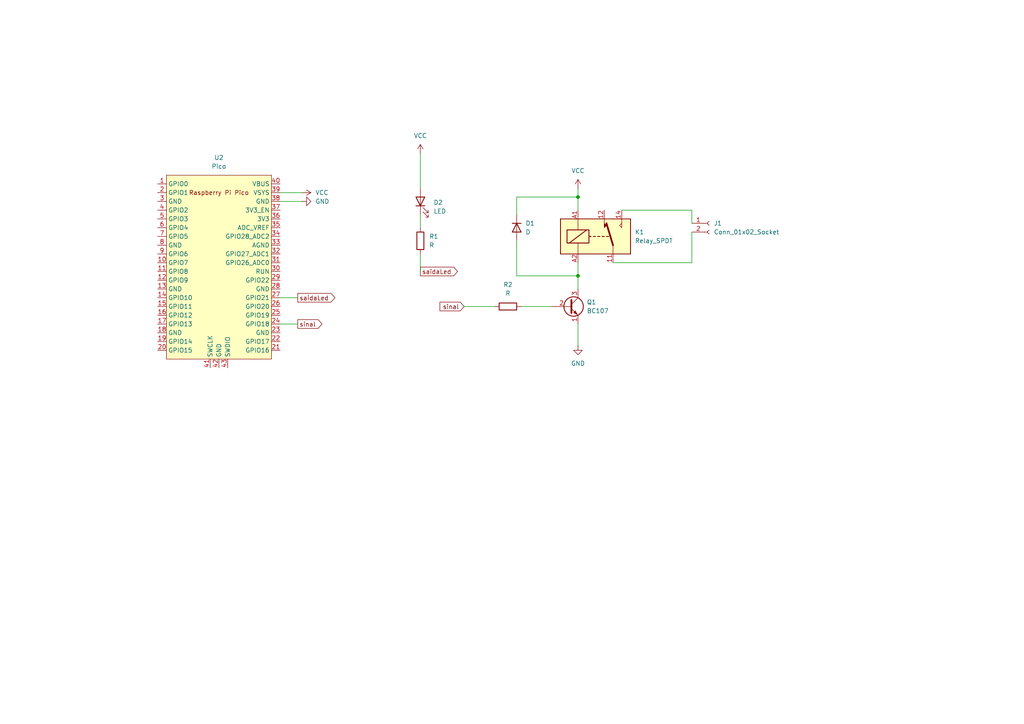
<source format=kicad_sch>
(kicad_sch (version 20231120) (generator "eeschema") (generator_version "8.0")
  (paper "A4")
  (lib_symbols
    (symbol "Connector:Conn_01x02_Socket" (pin_names (offset 1.016) hide)
      (property "Reference" "J" (at 0 2.54 0))
      (property "Value" "Conn_01x02_Socket" (at 0 -5.08 0))
      (symbol "Conn_01x02_Socket_1_1"
        (arc (start 0 -2.032) (mid -0.5058 -2.54) (end 0 -3.048) (stroke (width 0.1524)))
        (polyline (pts (xy -1.27 -2.54) (xy -0.508 -2.54)) (stroke (width 0.1524)))
        (polyline (pts (xy -1.27 0) (xy -0.508 0)) (stroke (width 0.1524)))
        (arc (start 0 0.508) (mid -0.5058 0) (end 0 -0.508) (stroke (width 0.1524)))
        (pin passive line (at -5.08 0 0) (length 3.81) (name "Pin_1") (number "1"))
        (pin passive line (at -5.08 -2.54 0) (length 3.81) (name "Pin_2") (number "2"))
      )
    )
    (symbol "Device:D" (pin_numbers hide) (pin_names (offset 1.016) hide)
      (property "Reference" "D" (at 0 2.54 0))
      (property "Value" "D" (at 0 -2.54 0))
      (symbol "D_0_1"
        (polyline (pts (xy -1.27 1.27) (xy -1.27 -1.27)) (stroke (width 0.254)))
        (polyline (pts (xy 1.27 0) (xy -1.27 0)))
        (polyline (pts (xy 1.27 1.27) (xy 1.27 -1.27) (xy -1.27 0) (xy 1.27 1.27)) (stroke (width 0.254)))
      )
      (symbol "D_1_1"
        (pin passive line (at -3.81 0 0) (length 2.54) (name "K") (number "1"))
        (pin passive line (at 3.81 0 180) (length 2.54) (name "A") (number "2"))
      )
    )
    (symbol "Device:LED" (pin_numbers hide) (pin_names (offset 1.016) hide)
      (property "Reference" "D" (at 0 2.54 0))
      (property "Value" "LED" (at 0 -2.54 0))
      (symbol "LED_0_1"
        (polyline (pts (xy -1.27 -1.27) (xy -1.27 1.27)) (stroke (width 0.254)))
        (polyline (pts (xy -1.27 0) (xy 1.27 0)))
        (polyline (pts (xy 1.27 -1.27) (xy 1.27 1.27) (xy -1.27 0) (xy 1.27 -1.27)) (stroke (width 0.254)))
        (polyline (pts (xy -3.048 -0.762) (xy -4.572 -2.286) (xy -3.81 -2.286) (xy -4.572 -2.286) (xy -4.572 -1.524)))
        (polyline (pts (xy -1.778 -0.762) (xy -3.302 -2.286) (xy -2.54 -2.286) (xy -3.302 -2.286) (xy -3.302 -1.524)))
      )
      (symbol "LED_1_1"
        (pin passive line (at -3.81 0 0) (length 2.54) (name "K") (number "1"))
        (pin passive line (at 3.81 0 180) (length 2.54) (name "A") (number "2"))
      )
    )
    (symbol "Device:R" (pin_numbers hide) (pin_names (offset 0))
      (property "Reference" "R" (at 2.032 0 90))
      (property "Value" "R" (at 0 0 90))
      (symbol "R_0_1"
        (rectangle (start -1.016 -2.54) (end 1.016 2.54) (stroke (width 0.254)))
      )
      (symbol "R_1_1"
        (pin passive line (at 0 3.81 270) (length 1.27) (name "~") (number "1"))
        (pin passive line (at 0 -3.81 90) (length 1.27) (name "~") (number "2"))
      )
    )
    (symbol "MCU_RaspberryPi_and_Boards:Pico"
      (property "Reference" "U" (at -13.97 27.94 0))
      (property "Value" "Pico" (at 0 19.05 0))
      (symbol "Pico_0_0"
        (text "Raspberry Pi Pico" (at 0 21.59 0) (effects (font (size 1.27 1.27))))
      )
      (symbol "Pico_0_1"
        (rectangle (start -15.24 26.67) (end 15.24 -26.67) (fill (type background)))
      )
      (symbol "Pico_1_1"
        (pin bidirectional line (at -17.78 24.13 0) (length 2.54) (name "GPIO0") (number "1"))
        (pin bidirectional line (at -17.78 1.27 0) (length 2.54) (name "GPIO7") (number "10"))
        (pin bidirectional line (at -17.78 -1.27 0) (length 2.54) (name "GPIO8") (number "11"))
        (pin bidirectional line (at -17.78 -3.81 0) (length 2.54) (name "GPIO9") (number "12"))
        (pin power_in line (at -17.78 -6.35 0) (length 2.54) (name "GND") (number "13"))
        (pin bidirectional line (at -17.78 -8.89 0) (length 2.54) (name "GPIO10") (number "14"))
        (pin bidirectional line (at -17.78 -11.43 0) (length 2.54) (name "GPIO11") (number "15"))
        (pin bidirectional line (at -17.78 -13.97 0) (length 2.54) (name "GPIO12") (number "16"))
        (pin bidirectional line (at -17.78 -16.51 0) (length 2.54) (name "GPIO13") (number "17"))
        (pin power_in line (at -17.78 -19.05 0) (length 2.54) (name "GND") (number "18"))
        (pin bidirectional line (at -17.78 -21.59 0) (length 2.54) (name "GPIO14") (number "19"))
        (pin bidirectional line (at -17.78 21.59 0) (length 2.54) (name "GPIO1") (number "2"))
        (pin bidirectional line (at -17.78 -24.13 0) (length 2.54) (name "GPIO15") (number "20"))
        (pin bidirectional line (at 17.78 -24.13 180) (length 2.54) (name "GPIO16") (number "21"))
        (pin bidirectional line (at 17.78 -21.59 180) (length 2.54) (name "GPIO17") (number "22"))
        (pin power_in line (at 17.78 -19.05 180) (length 2.54) (name "GND") (number "23"))
        (pin bidirectional line (at 17.78 -16.51 180) (length 2.54) (name "GPIO18") (number "24"))
        (pin bidirectional line (at 17.78 -13.97 180) (length 2.54) (name "GPIO19") (number "25"))
        (pin bidirectional line (at 17.78 -11.43 180) (length 2.54) (name "GPIO20") (number "26"))
        (pin bidirectional line (at 17.78 -8.89 180) (length 2.54) (name "GPIO21") (number "27"))
        (pin power_in line (at 17.78 -6.35 180) (length 2.54) (name "GND") (number "28"))
        (pin bidirectional line (at 17.78 -3.81 180) (length 2.54) (name "GPIO22") (number "29"))
        (pin power_in line (at -17.78 19.05 0) (length 2.54) (name "GND") (number "3"))
        (pin input line (at 17.78 -1.27 180) (length 2.54) (name "RUN") (number "30"))
        (pin bidirectional line (at 17.78 1.27 180) (length 2.54) (name "GPIO26_ADC0") (number "31"))
        (pin bidirectional line (at 17.78 3.81 180) (length 2.54) (name "GPIO27_ADC1") (number "32"))
        (pin power_in line (at 17.78 6.35 180) (length 2.54) (name "AGND") (number "33"))
        (pin bidirectional line (at 17.78 8.89 180) (length 2.54) (name "GPIO28_ADC2") (number "34"))
        (pin power_in line (at 17.78 11.43 180) (length 2.54) (name "ADC_VREF") (number "35"))
        (pin power_in line (at 17.78 13.97 180) (length 2.54) (name "3V3") (number "36"))
        (pin input line (at 17.78 16.51 180) (length 2.54) (name "3V3_EN") (number "37"))
        (pin bidirectional line (at 17.78 19.05 180) (length 2.54) (name "GND") (number "38"))
        (pin power_in line (at 17.78 21.59 180) (length 2.54) (name "VSYS") (number "39"))
        (pin bidirectional line (at -17.78 16.51 0) (length 2.54) (name "GPIO2") (number "4"))
        (pin power_in line (at 17.78 24.13 180) (length 2.54) (name "VBUS") (number "40"))
        (pin input line (at -2.54 -29.21 90) (length 2.54) (name "SWCLK") (number "41"))
        (pin power_in line (at 0 -29.21 90) (length 2.54) (name "GND") (number "42"))
        (pin bidirectional line (at 2.54 -29.21 90) (length 2.54) (name "SWDIO") (number "43"))
        (pin bidirectional line (at -17.78 13.97 0) (length 2.54) (name "GPIO3") (number "5"))
        (pin bidirectional line (at -17.78 11.43 0) (length 2.54) (name "GPIO4") (number "6"))
        (pin bidirectional line (at -17.78 8.89 0) (length 2.54) (name "GPIO5") (number "7"))
        (pin power_in line (at -17.78 6.35 0) (length 2.54) (name "GND") (number "8"))
        (pin bidirectional line (at -17.78 3.81 0) (length 2.54) (name "GPIO6") (number "9"))
      )
    )
    (symbol "Relay:Relay_SPDT"
      (property "Reference" "K" (at 11.43 3.81 0))
      (property "Value" "Relay_SPDT" (at 11.43 1.27 0))
      (symbol "Relay_SPDT_0_0"
        (polyline (pts (xy 7.62 5.08) (xy 7.62 2.54) (xy 6.985 3.175) (xy 7.62 3.81)))
      )
      (symbol "Relay_SPDT_0_1"
        (rectangle (start -10.16 5.08) (end 10.16 -5.08) (stroke (width 0.254)) (fill (type background)))
        (rectangle (start -8.255 1.905) (end -1.905 -1.905) (stroke (width 0.254)))
        (polyline (pts (xy -7.62 -1.905) (xy -2.54 1.905)) (stroke (width 0.254)))
        (polyline (pts (xy -5.08 -5.08) (xy -5.08 -1.905)))
        (polyline (pts (xy -5.08 5.08) (xy -5.08 1.905)))
        (polyline (pts (xy -1.905 0) (xy -1.27 0)) (stroke (width 0.254)))
        (polyline (pts (xy -0.635 0) (xy 0 0)) (stroke (width 0.254)))
        (polyline (pts (xy 0.635 0) (xy 1.27 0)) (stroke (width 0.254)))
        (polyline (pts (xy 1.905 0) (xy 2.54 0)) (stroke (width 0.254)))
        (polyline (pts (xy 3.175 0) (xy 3.81 0)) (stroke (width 0.254)))
        (polyline (pts (xy 5.08 -2.54) (xy 3.175 3.81)) (stroke (width 0.508)))
        (polyline (pts (xy 5.08 -2.54) (xy 5.08 -5.08)))
        (polyline (pts (xy 2.54 5.08) (xy 2.54 2.54) (xy 3.175 3.175) (xy 2.54 3.81)) (fill (type outline)))
      )
      (symbol "Relay_SPDT_1_1"
        (pin passive line (at 5.08 -7.62 90) (length 2.54) (name "~") (number "11"))
        (pin passive line (at 2.54 7.62 270) (length 2.54) (name "~") (number "12"))
        (pin passive line (at 7.62 7.62 270) (length 2.54) (name "~") (number "14"))
        (pin passive line (at -5.08 7.62 270) (length 2.54) (name "~") (number "A1"))
        (pin passive line (at -5.08 -7.62 90) (length 2.54) (name "~") (number "A2"))
      )
    )
    (symbol "Transistor_BJT:BC107" (pin_names (offset 0) hide)
      (property "Reference" "Q" (at 5.08 1.905 0))
      (property "Value" "BC107" (at 5.08 0 0))
      (symbol "BC107_0_1"
        (polyline (pts (xy 0.635 0.635) (xy 2.54 2.54)))
        (polyline (pts (xy 0.635 -0.635) (xy 2.54 -2.54) (xy 2.54 -2.54)))
        (polyline (pts (xy 0.635 1.905) (xy 0.635 -1.905) (xy 0.635 -1.905)) (stroke (width 0.508)))
        (polyline (pts (xy 1.27 -1.778) (xy 1.778 -1.27) (xy 2.286 -2.286) (xy 1.27 -1.778) (xy 1.27 -1.778)) (fill (type outline)))
        (circle (center 1.27 0) (radius 2.8194) (stroke (width 0.254)))
      )
      (symbol "BC107_1_1"
        (pin passive line (at 2.54 -5.08 90) (length 2.54) (name "E") (number "1"))
        (pin input line (at -5.08 0 0) (length 5.715) (name "B") (number "2"))
        (pin passive line (at 2.54 5.08 270) (length 2.54) (name "C") (number "3"))
      )
    )
    (symbol "power:GND" (power) (pin_numbers hide) (pin_names (offset 0) hide)
      (property "Value" "GND" (at 0 -3.81 0))
      (symbol "GND_0_1"
        (polyline (pts (xy 0 0) (xy 0 -1.27) (xy 1.27 -1.27) (xy 0 -2.54) (xy -1.27 -1.27) (xy 0 -1.27)))
      )
      (symbol "GND_1_1"
        (pin power_in line (at 0 0 270) (length 0) (name "~") (number "1"))
      )
    )
    (symbol "power:VCC" (power) (pin_numbers hide) (pin_names (offset 0) hide)
      (property "Value" "VCC" (at 0 3.556 0))
      (symbol "VCC_0_1"
        (polyline (pts (xy -0.762 1.27) (xy 0 2.54)))
        (polyline (pts (xy 0 0) (xy 0 2.54)))
        (polyline (pts (xy 0 2.54) (xy 0.762 1.27)))
      )
      (symbol "VCC_1_1"
        (pin power_in line (at 0 0 90) (length 0) (name "~") (number "1"))
      )
    )
  )
  (junction (at 167.64 57.15))
  (junction (at 167.64 80.01))
  (wire (pts (xy 121.92 44.45) (xy 121.92 54.61)))
  (wire (pts (xy 134.62 88.9) (xy 143.51 88.9)))
  (wire (pts (xy 177.8 76.2) (xy 200.66 76.2)))
  (wire (pts (xy 121.92 73.66) (xy 121.92 78.74)))
  (wire (pts (xy 149.86 57.15) (xy 167.64 57.15)))
  (wire (pts (xy 167.64 54.61) (xy 167.64 57.15)))
  (wire (pts (xy 149.86 80.01) (xy 167.64 80.01)))
  (wire (pts (xy 81.28 86.36) (xy 86.36 86.36)))
  (wire (pts (xy 167.64 57.15) (xy 167.64 60.96)))
  (wire (pts (xy 200.66 60.96) (xy 200.66 64.77)))
  (wire (pts (xy 167.64 76.2) (xy 167.64 80.01)))
  (wire (pts (xy 121.92 62.23) (xy 121.92 66.04)))
  (wire (pts (xy 81.28 58.42) (xy 87.63 58.42)))
  (wire (pts (xy 200.66 76.2) (xy 200.66 67.31)))
  (wire (pts (xy 167.64 93.98) (xy 167.64 100.33)))
  (wire (pts (xy 180.34 60.96) (xy 200.66 60.96)))
  (wire (pts (xy 81.28 93.98) (xy 86.36 93.98)))
  (wire (pts (xy 81.28 55.88) (xy 87.63 55.88)))
  (wire (pts (xy 167.64 80.01) (xy 167.64 83.82)))
  (wire (pts (xy 149.86 69.85) (xy 149.86 80.01)))
  (wire (pts (xy 149.86 62.23) (xy 149.86 57.15)))
  (wire (pts (xy 151.13 88.9) (xy 160.02 88.9)))
  (global_label "saidaLed" (shape output) (at 86.36 86.36 0) (property "Intersheetrefs" "${INTERSHEET_REFS}" (effects (hide yes))))
  (global_label "sinal" (shape input) (at 134.62 88.9 180) (property "Intersheetrefs" "${INTERSHEET_REFS}" (effects (hide yes))))
  (global_label "saidaLed" (shape output) (at 121.92 78.74 0) (property "Intersheetrefs" "${INTERSHEET_REFS}" (effects (hide yes))))
  (global_label "sinal" (shape output) (at 86.36 93.98 0) (property "Intersheetrefs" "${INTERSHEET_REFS}" (effects (hide yes))))
  (symbol (lib_id "Device:D") (at 149.86 66.04 270) (unit 1)
    (property "Reference" "D1" (at 152.4 64.7699 90) (effects (justify left)))
    (property "Value" "D" (at 152.4 67.3099 90) (effects (justify left)))
    (property "Footprint" "Diode_SMD:D_MELF_Handsoldering" (effects (hide yes)))
    (property "Description" "Diode" (effects (hide yes)))
    (property "Sim.Device" "D" (effects (hide yes)))
    (property "Sim.Pins" "1=K 2=A" (effects (hide yes)))
  )
  (symbol (lib_id "Connector:Conn_01x02_Socket") (at 205.74 64.77 0) (unit 1)
    (property "Reference" "J1" (at 207.01 64.7699 0) (effects (justify left)))
    (property "Value" "Conn_01x02_Socket" (at 207.01 67.3099 0) (effects (justify left)))
    (property "Footprint" "Connector_AMASS:AMASS_XT60-M_1x02_P7.20mm_Vertical" (effects (hide yes)))
    (property "Description" "Generic connector, single row, 01x02, script generated" (effects (hide yes)))
  )
  (symbol (lib_id "Device:LED") (at 121.92 58.42 90) (unit 1)
    (property "Reference" "D2" (at 125.73 58.7374 90) (effects (justify right)))
    (property "Value" "LED" (at 125.73 61.2774 90) (effects (justify right)))
    (property "Footprint" "LED_SMD:LED_1812_4532Metric" (effects (hide yes)))
    (property "Description" "Light emitting diode" (effects (hide yes)))
  )
  (symbol (lib_id "power:GND") (at 87.63 58.42 90) (unit 1)
    (property "Reference" "#PWR01" (effects (hide yes)))
    (property "Value" "GND" (at 91.44 58.4199 90) (effects (justify right)))
    (property "Description" "Power symbol creates a global label with name \"GND\" , ground" (effects (hide yes)))
  )
  (symbol (lib_id "power:VCC") (at 87.63 55.88 270) (unit 1)
    (property "Reference" "#PWR02" (effects (hide yes)))
    (property "Value" "VCC" (at 91.44 55.8799 90) (effects (justify left)))
    (property "Description" "Power symbol creates a global label with name \"VCC\"" (effects (hide yes)))
  )
  (symbol (lib_id "MCU_RaspberryPi_and_Boards:Pico") (at 63.5 77.47 0) (unit 1)
    (property "Reference" "U2" (at 63.5 45.72 0))
    (property "Value" "Pico" (at 63.5 48.26 0))
    (property "Footprint" "MCU_RaspberryPi_and_Boards:RPi_Pico_SMD_TH" (effects (hide yes)))
  )
  (symbol (lib_id "power:VCC") (at 121.92 44.45 0) (unit 1)
    (property "Reference" "#PWR03" (effects (hide yes)))
    (property "Value" "VCC" (at 121.92 39.37 0))
    (property "Description" "Power symbol creates a global label with name \"VCC\"" (effects (hide yes)))
  )
  (symbol (lib_id "Transistor_BJT:BC107") (at 165.1 88.9 0) (unit 1)
    (property "Reference" "Q1" (at 170.18 87.6299 0) (effects (justify left)))
    (property "Value" "BC107" (at 170.18 90.1699 0) (effects (justify left)))
    (property "Footprint" "Package_TO_SOT_THT:TO-18-3" (effects (hide yes)))
    (property "Datasheet" "http://www.b-kainka.de/Daten/Transistor/BC108.pdf" (effects (hide yes)))
    (property "Description" "0.1A Ic, 50V Vce, Low Noise General Purpose NPN Transistor, TO-18" (effects (hide yes)))
  )
  (symbol (lib_id "Device:R") (at 121.92 69.85 0) (unit 1)
    (property "Reference" "R1" (at 124.46 68.5799 0) (effects (justify left)))
    (property "Value" "R" (at 124.46 71.1199 0) (effects (justify left)))
    (property "Footprint" "OptoDevice:R_LDR_5.0x4.1mm_P3mm_Vertical" (effects (hide yes)))
    (property "Description" "Resistor" (effects (hide yes)))
  )
  (symbol (lib_id "power:GND") (at 167.64 100.33 0) (unit 1)
    (property "Reference" "#PWR05" (effects (hide yes)))
    (property "Value" "GND" (at 167.64 105.41 0))
    (property "Description" "Power symbol creates a global label with name \"GND\" , ground" (effects (hide yes)))
  )
  (symbol (lib_id "Device:R") (at 147.32 88.9 90) (unit 1)
    (property "Reference" "R2" (at 147.32 82.55 90))
    (property "Value" "R" (at 147.32 85.09 90))
    (property "Footprint" "Resistor_SMD:R_0603_1608Metric_Pad0.98x0.95mm_HandSolder" (effects (hide yes)))
    (property "Description" "Resistor" (effects (hide yes)))
  )
  (symbol (lib_id "power:VCC") (at 167.64 54.61 0) (unit 1)
    (property "Reference" "#PWR04" (effects (hide yes)))
    (property "Value" "VCC" (at 167.64 49.53 0))
    (property "Description" "Power symbol creates a global label with name \"VCC\"" (effects (hide yes)))
  )
  (symbol (lib_id "Relay:Relay_SPDT") (at 172.72 68.58 0) (unit 1)
    (property "Reference" "K1" (at 184.15 67.3099 0) (effects (justify left)))
    (property "Value" "Relay_SPDT" (at 184.15 69.8499 0) (effects (justify left)))
    (property "Footprint" "Relay_THT:Relay_SPDT_Finder_40.31" (effects (hide yes)))
    (property "Description" "Monostable Relay SPDT, EN50005" (effects (hide yes)))
  )
)
</source>
